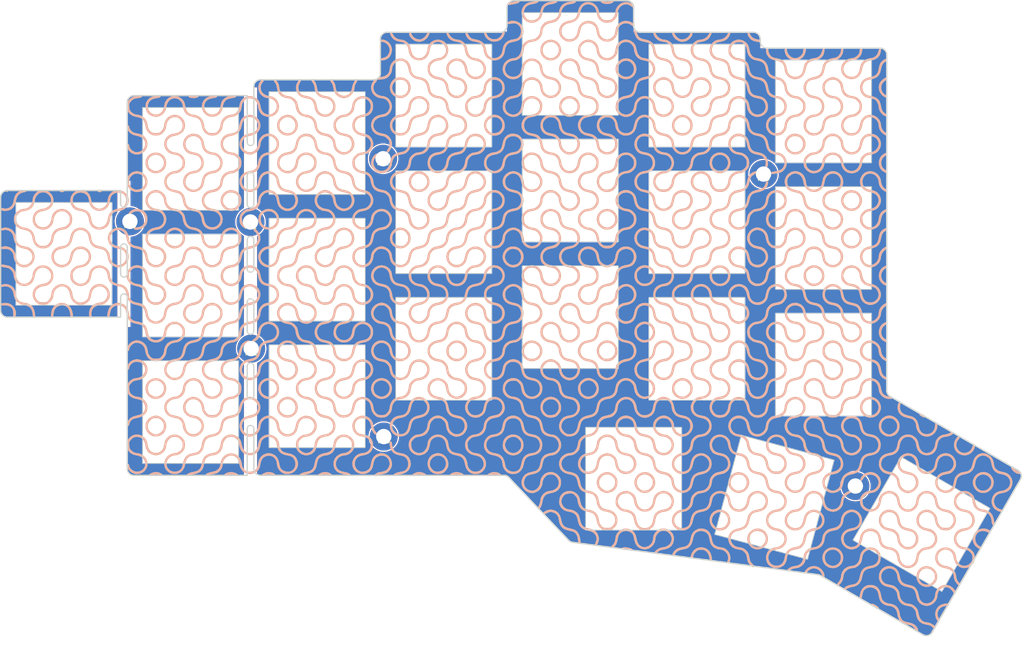
<source format=kicad_pcb>
(kicad_pcb (version 20221018) (generator pcbnew)
  (layers (0 "F.Cu" signal) (31 "B.Cu" signal) (34 "B.Paste" user) (35 "F.Paste" user) (36 "B.SilkS" user "B.Silkscreen") (37 "F.SilkS" user "F.Silkscreen") (38 "B.Mask" user) (39 "F.Mask" user) (44 "Edge.Cuts" user))
  (net 0 "")
  (footprint "kbd:SW_Hole_Futaba_MA" (layer "F.Cu") (at 42.721463 76.099368)
    (fp_text reference "K18" hide)
    (fp_text value "KEYSW" hide)
    (fp_line (start -7.2 -7.7) (end -7.2 7.7) (stroke (width 0.12)) (layer "Edge.Cuts"))
    (fp_line (start -7.2 7.7) (end 7.2 7.7) (stroke (width 0.12)) (layer "Edge.Cuts"))
    (fp_line (start 7.2 -7.7) (end -7.2 -7.7) (stroke (width 0.12)) (layer "Edge.Cuts"))
    (fp_line (start 7.2 7.7) (end 7.2 -7.7) (stroke (width 0.12)) (layer "Edge.Cuts"))
  )
  (footprint "kbd:SW_Hole_Futaba_MA" (layer "F.Cu") (at 118.721463 47.599367)
    (fp_text reference "K21" hide)
    (fp_text value "KEYSW" hide)
    (fp_line (start -7.2 -7.7) (end -7.2 7.7) (stroke (width 0.12)) (layer "Edge.Cuts"))
    (fp_line (start -7.2 7.7) (end 7.2 7.7) (stroke (width 0.12)) (layer "Edge.Cuts"))
    (fp_line (start 7.2 -7.7) (end -7.2 -7.7) (stroke (width 0.12)) (layer "Edge.Cuts"))
    (fp_line (start 7.2 7.7) (end 7.2 -7.7) (stroke (width 0.12)) (layer "Edge.Cuts"))
  )
  (footprint "kbd:SW_Hole_Futaba_MA" (layer "F.Cu") (at 42.721463 57.099368)
    (fp_text reference "K14" hide)
    (fp_text value "KEYSW" hide)
    (fp_line (start -7.2 -7.7) (end -7.2 7.7) (stroke (width 0.12)) (layer "Edge.Cuts"))
    (fp_line (start -7.2 7.7) (end 7.2 7.7) (stroke (width 0.12)) (layer "Edge.Cuts"))
    (fp_line (start 7.2 -7.7) (end -7.2 -7.7) (stroke (width 0.12)) (layer "Edge.Cuts"))
    (fp_line (start 7.2 7.7) (end 7.2 -7.7) (stroke (width 0.12)) (layer "Edge.Cuts"))
  )
  (footprint "kbd:SW_Hole_Futaba_MA" (layer "F.Cu") (at 61.721463 35.724368)
    (fp_text reference "K13" hide)
    (fp_text value "KEYSW" hide)
    (fp_line (start -7.2 -7.7) (end -7.2 7.7) (stroke (width 0.12)) (layer "Edge.Cuts"))
    (fp_line (start -7.2 7.7) (end 7.2 7.7) (stroke (width 0.12)) (layer "Edge.Cuts"))
    (fp_line (start 7.2 -7.7) (end -7.2 -7.7) (stroke (width 0.12)) (layer "Edge.Cuts"))
    (fp_line (start 7.2 7.7) (end 7.2 -7.7) (stroke (width 0.12)) (layer "Edge.Cuts"))
  )
  (footprint "kbd:SW_Hole_Futaba_MA" (layer "F.Cu") (at 152.426296 92.925796 60)
    (fp_text reference "K22" hide)
    (fp_text value "KEYSW" hide)
    (fp_line (start -7.2 -7.7) (end -7.2 7.7) (stroke (width 0.12)) (layer "Edge.Cuts"))
    (fp_line (start -7.2 7.7) (end 7.2 7.7) (stroke (width 0.12)) (layer "Edge.Cuts"))
    (fp_line (start 7.2 -7.7) (end -7.2 -7.7) (stroke (width 0.12)) (layer "Edge.Cuts"))
    (fp_line (start 7.2 7.7) (end 7.2 -7.7) (stroke (width 0.12)) (layer "Edge.Cuts"))
  )
  (footprint "kbd:M2_Hole_TH" (layer "F.Cu") (at 128.721463 40.374367)
    (fp_text reference "H8" (at 0 0.5) (layer "F.SilkS"))
    (fp_text value "MountingHole")
    (pad "" thru_hole circle (at 0 0) (size 4.2 4.2) (drill 2.3) (layers "*.Cu" "*.Mask"))
  )
  (footprint "kbd:SW_Hole_Futaba_MA" (layer "F.Cu") (at 80.721463 66.599368)
    (fp_text reference "K9" hide)
    (fp_text value "KEYSW" hide)
    (fp_line (start -7.2 -7.7) (end -7.2 7.7) (stroke (width 0.12)) (layer "Edge.Cuts"))
    (fp_line (start -7.2 7.7) (end 7.2 7.7) (stroke (width 0.12)) (layer "Edge.Cuts"))
    (fp_line (start 7.2 -7.7) (end -7.2 -7.7) (stroke (width 0.12)) (layer "Edge.Cuts"))
    (fp_line (start 7.2 7.7) (end 7.2 -7.7) (stroke (width 0.12)) (layer "Edge.Cuts"))
  )
  (footprint "kbd:M2_Hole_TH" (layer "F.Cu") (at 71.621463 38.074367)
    (fp_text reference "H4" (at 0 0.5) (layer "F.SilkS"))
    (fp_text value "MountingHole")
    (pad "" thru_hole circle (at 0 0) (size 4.2 4.2) (drill 2.3) (layers "*.Cu" "*.Mask"))
  )
  (footprint "kbd:SW_Hole_Futaba_MA" (layer "F.Cu") (at 130.35654 88.881582 -15)
    (fp_text reference "K1" hide)
    (fp_text value "KEYSW" hide)
    (fp_line (start -7.2 -7.7) (end -7.2 7.7) (stroke (width 0.12)) (layer "Edge.Cuts"))
    (fp_line (start -7.2 7.7) (end 7.2 7.7) (stroke (width 0.12)) (layer "Edge.Cuts"))
    (fp_line (start 7.2 -7.7) (end -7.2 -7.7) (stroke (width 0.12)) (layer "Edge.Cuts"))
    (fp_line (start 7.2 7.7) (end 7.2 -7.7) (stroke (width 0.12)) (layer "Edge.Cuts"))
  )
  (footprint "kbd:SW_Hole_Futaba_MA" (layer "F.Cu") (at 99.721463 23.849368)
    (fp_text reference "K11" hide)
    (fp_text value "KEYSW" hide)
    (fp_line (start -7.2 -7.7) (end -7.2 7.7) (stroke (width 0.12)) (layer "Edge.Cuts"))
    (fp_line (start -7.2 7.7) (end 7.2 7.7) (stroke (width 0.12)) (layer "Edge.Cuts"))
    (fp_line (start 7.2 -7.7) (end -7.2 -7.7) (stroke (width 0.12)) (layer "Edge.Cuts"))
    (fp_line (start 7.2 7.7) (end 7.2 -7.7) (stroke (width 0.12)) (layer "Edge.Cuts"))
  )
  (footprint "kbd:M2_Hole_TH" (layer "F.Cu") (at 51.821463 66.574367)
    (fp_text reference "H2" (at 0 0.5) (layer "F.SilkS"))
    (fp_text value "MountingHole")
    (pad "" thru_hole circle (at 0 0) (size 4.2 4.2) (drill 2.3) (layers "*.Cu" "*.Mask"))
  )
  (footprint "kbd:SW_Hole_Futaba_MA" (layer "F.Cu") (at 42.721463 38.099368)
    (fp_text reference "K7" hide)
    (fp_text value "KEYSW" hide)
    (fp_line (start -7.2 -7.7) (end -7.2 7.7) (stroke (width 0.12)) (layer "Edge.Cuts"))
    (fp_line (start -7.2 7.7) (end 7.2 7.7) (stroke (width 0.12)) (layer "Edge.Cuts"))
    (fp_line (start 7.2 -7.7) (end -7.2 -7.7) (stroke (width 0.12)) (layer "Edge.Cuts"))
    (fp_line (start 7.2 7.7) (end 7.2 -7.7) (stroke (width 0.12)) (layer "Edge.Cuts"))
  )
  (footprint "kbd:SW_Hole_Futaba_MA" (layer "F.Cu") (at 118.721463 66.599367)
    (fp_text reference "K12" hide)
    (fp_text value "KEYSW" hide)
    (fp_line (start -7.2 -7.7) (end -7.2 7.7) (stroke (width 0.12)) (layer "Edge.Cuts"))
    (fp_line (start -7.2 7.7) (end 7.2 7.7) (stroke (width 0.12)) (layer "Edge.Cuts"))
    (fp_line (start 7.2 -7.7) (end -7.2 -7.7) (stroke (width 0.12)) (layer "Edge.Cuts"))
    (fp_line (start 7.2 7.7) (end 7.2 -7.7) (stroke (width 0.12)) (layer "Edge.Cuts"))
  )
  (footprint "kbd:M2_Hole_TH" (layer "F.Cu") (at 33.621463 47.474367)
    (fp_text reference "H3" (at 0 0.5) (layer "F.SilkS"))
    (fp_text value "MountingHole")
    (pad "" thru_hole circle (at 0 0) (size 4.2 4.2) (drill 2.3) (layers "*.Cu" "*.Mask"))
  )
  (footprint "kbd:M2_Hole_TH" (layer "F.Cu") (at 51.721463 47.574367)
    (fp_text reference "H1" (at 0 0.5) (layer "F.SilkS"))
    (fp_text value "MountingHole")
    (pad "" thru_hole circle (at 0 0) (size 4.2 4.2) (drill 2.3) (layers "*.Cu" "*.Mask"))
  )
  (footprint "kbd:SW_Hole_Futaba_MA" (layer "F.Cu") (at 118.721463 28.599367)
    (fp_text reference "K16" hide)
    (fp_text value "KEYSW" hide)
    (fp_line (start -7.2 -7.7) (end -7.2 7.7) (stroke (width 0.12)) (layer "Edge.Cuts"))
    (fp_line (start -7.2 7.7) (end 7.2 7.7) (stroke (width 0.12)) (layer "Edge.Cuts"))
    (fp_line (start 7.2 -7.7) (end -7.2 -7.7) (stroke (width 0.12)) (layer "Edge.Cuts"))
    (fp_line (start 7.2 7.7) (end 7.2 -7.7) (stroke (width 0.12)) (layer "Edge.Cuts"))
  )
  (footprint "kbd:SW_Hole_Futaba_MA" (layer "F.Cu") (at 80.721463 47.599368)
    (fp_text reference "K6" hide)
    (fp_text value "KEYSW" hide)
    (fp_line (start -7.2 -7.7) (end -7.2 7.7) (stroke (width 0.12)) (layer "Edge.Cuts"))
    (fp_line (start -7.2 7.7) (end 7.2 7.7) (stroke (width 0.12)) (layer "Edge.Cuts"))
    (fp_line (start 7.2 -7.7) (end -7.2 -7.7) (stroke (width 0.12)) (layer "Edge.Cuts"))
    (fp_line (start 7.2 7.7) (end 7.2 -7.7) (stroke (width 0.12)) (layer "Edge.Cuts"))
  )
  (footprint "Silks:skean_truchet_back" (layer "F.Cu") (at 91.221464 61.599367)
    (fp_text reference "G***" hide)
    (fp_text value "LOGO" hide)
  )
  (footprint "kbd:SW_Hole_Futaba_MA" (layer "F.Cu") (at 109.221463 86.099097)
    (fp_text reference "K5" hide)
    (fp_text value "KEYSW" hide)
    (fp_line (start -7.2 -7.7) (end -7.2 7.7) (stroke (width 0.12)) (layer "Edge.Cuts"))
    (fp_line (start -7.2 7.7) (end 7.2 7.7) (stroke (width 0.12)) (layer "Edge.Cuts"))
    (fp_line (start 7.2 -7.7) (end -7.2 -7.7) (stroke (width 0.12)) (layer "Edge.Cuts"))
    (fp_line (start 7.2 7.7) (end 7.2 -7.7) (stroke (width 0.12)) (layer "Edge.Cuts"))
  )
  (footprint "kbd:SW_Hole_Futaba_MA" (layer "F.Cu") (at 137.721463 49.974367)
    (fp_text reference "K3" hide)
    (fp_text value "KEYSW" hide)
    (fp_line (start -7.2 -7.7) (end -7.2 7.7) (stroke (width 0.12)) (layer "Edge.Cuts"))
    (fp_line (start -7.2 7.7) (end 7.2 7.7) (stroke (width 0.12)) (layer "Edge.Cuts"))
    (fp_line (start 7.2 -7.7) (end -7.2 -7.7) (stroke (width 0.12)) (layer "Edge.Cuts"))
    (fp_line (start 7.2 7.7) (end 7.2 -7.7) (stroke (width 0.12)) (layer "Edge.Cuts"))
  )
  (footprint "kbd:SW_Hole_Futaba_MA" (layer "F.Cu") (at 23.721464 52.349367)
    (fp_text reference "K10" hide)
    (fp_text value "KEYSW" hide)
    (fp_line (start -7.2 -7.7) (end -7.2 7.7) (stroke (width 0.12)) (layer "Edge.Cuts"))
    (fp_line (start -7.2 7.7) (end 7.2 7.7) (stroke (width 0.12)) (layer "Edge.Cuts"))
    (fp_line (start 7.2 -7.7) (end -7.2 -7.7) (stroke (width 0.12)) (layer "Edge.Cuts"))
    (fp_line (start 7.2 7.7) (end 7.2 -7.7) (stroke (width 0.12)) (layer "Edge.Cuts"))
  )
  (footprint "kbd:SW_Hole_Futaba_MA" (layer "F.Cu") (at 99.721463 42.849368)
    (fp_text reference "K19" hide)
    (fp_text value "KEYSW" hide)
    (fp_line (start -7.2 -7.7) (end -7.2 7.7) (stroke (width 0.12)) (layer "Edge.Cuts"))
    (fp_line (start -7.2 7.7) (end 7.2 7.7) (stroke (width 0.12)) (layer "Edge.Cuts"))
    (fp_line (start 7.2 -7.7) (end -7.2 -7.7) (stroke (width 0.12)) (layer "Edge.Cuts"))
    (fp_line (start 7.2 7.7) (end 7.2 -7.7) (stroke (width 0.12)) (layer "Edge.Cuts"))
  )
  (footprint "Silks:skean_truchet" (layer "F.Cu") (at 90.821464 61.599367)
    (fp_text reference "REF**" hide)
    (fp_text value "LOGO" hide)
  )
  (footprint "kbd:SW_Hole_Futaba_MA" (layer "F.Cu") (at 61.721463 73.724368)
    (fp_text reference "K8" hide)
    (fp_text value "KEYSW" hide)
    (fp_line (start -7.2 -7.7) (end -7.2 7.7) (stroke (width 0.12)) (layer "Edge.Cuts"))
    (fp_line (start -7.2 7.7) (end 7.2 7.7) (stroke (width 0.12)) (layer "Edge.Cuts"))
    (fp_line (start 7.2 -7.7) (end -7.2 -7.7) (stroke (width 0.12)) (layer "Edge.Cuts"))
    (fp_line (start 7.2 7.7) (end 7.2 -7.7) (stroke (width 0.12)) (layer "Edge.Cuts"))
  )
  (footprint "kbd:M2_Hole_TH" (layer "F.Cu") (at 71.721463 79.774367)
    (fp_text reference "H5" (at 0 0.5) (layer "F.SilkS"))
    (fp_text value "MountingHole")
    (pad "" thru_hole circle (at 0 0) (size 4.2 4.2) (drill 2.3) (layers "*.Cu" "*.Mask"))
  )
  (footprint "kbd:SW_Hole_Futaba_MA" (layer "F.Cu") (at 137.721463 30.974367)
    (fp_text reference "K4" hide)
    (fp_text value "KEYSW" hide)
    (fp_line (start -7.2 -7.7) (end -7.2 7.7) (stroke (width 0.12)) (layer "Edge.Cuts"))
    (fp_line (start -7.2 7.7) (end 7.2 7.7) (stroke (width 0.12)) (layer "Edge.Cuts"))
    (fp_line (start 7.2 -7.7) (end -7.2 -7.7) (stroke (width 0.12)) (layer "Edge.Cuts"))
    (fp_line (start 7.2 7.7) (end 7.2 -7.7) (stroke (width 0.12)) (layer "Edge.Cuts"))
  )
  (footprint "kbd:SW_Hole_Futaba_MA" (layer "F.Cu") (at 137.721463 68.974367)
    (fp_text reference "K2" hide)
    (fp_text value "KEYSW" hide)
    (fp_line (start -7.2 -7.7) (end -7.2 7.7) (stroke (width 0.12)) (layer "Edge.Cuts"))
    (fp_line (start -7.2 7.7) (end 7.2 7.7) (stroke (width 0.12)) (layer "Edge.Cuts"))
    (fp_line (start 7.2 -7.7) (end -7.2 -7.7) (stroke (width 0.12)) (layer "Edge.Cuts"))
    (fp_line (start 7.2 7.7) (end 7.2 -7.7) (stroke (width 0.12)) (layer "Edge.Cuts"))
  )
  (footprint "kbd:SW_Hole_Futaba_MA" (layer "F.Cu") (at 99.721463 61.849368)
    (fp_text reference "K15" hide)
    (fp_text value "KEYSW" hide)
    (fp_line (start -7.2 -7.7) (end -7.2 7.7) (stroke (width 0.12)) (layer "Edge.Cuts"))
    (fp_line (start -7.2 7.7) (end 7.2 7.7) (stroke (width 0.12)) (layer "Edge.Cuts"))
    (fp_line (start 7.2 -7.7) (end -7.2 -7.7) (stroke (width 0.12)) (layer "Edge.Cuts"))
    (fp_line (start 7.2 7.7) (end 7.2 -7.7) (stroke (width 0.12)) (layer "Edge.Cuts"))
  )
  (footprint "kbd:M2_Hole_TH" (layer "F.Cu") (at 142.507505 87.19918)
    (fp_text reference "H9" (at 0 0.5) (layer "F.SilkS"))
    (fp_text value "MountingHole")
    (pad "" thru_hole circle (at 0 0) (size 4.2 4.2) (drill 2.3) (layers "*.Cu" "*.Mask"))
  )
  (footprint "kbd:SW_Hole_Futaba_MA" (layer "F.Cu") (at 61.721463 54.724368)
    (fp_text reference "K17" hide)
    (fp_text value "KEYSW" hide)
    (fp_line (start -7.2 -7.7) (end -7.2 7.7) (stroke (width 0.12)) (layer "Edge.Cuts"))
    (fp_line (start -7.2 7.7) (end 7.2 7.7) (stroke (width 0.12)) (layer "Edge.Cuts"))
    (fp_line (start 7.2 -7.7) (end -7.2 -7.7) (stroke (width 0.12)) (layer "Edge.Cuts"))
    (fp_line (start 7.2 7.7) (end 7.2 -7.7) (stroke (width 0.12)) (layer "Edge.Cuts"))
  )
  (footprint "kbd:SW_Hole_Futaba_MA" (layer "F.Cu") (at 80.721463 28.599368)
    (fp_text reference "K20" hide)
    (fp_text value "KEYSW" hide)
    (fp_line (start -7.2 -7.7) (end -7.2 7.7) (stroke (width 0.12)) (layer "Edge.Cuts"))
    (fp_line (start -7.2 7.7) (end 7.2 7.7) (stroke (width 0.12)) (layer "Edge.Cuts"))
    (fp_line (start 7.2 -7.7) (end -7.2 -7.7) (stroke (width 0.12)) (layer "Edge.Cuts"))
    (fp_line (start 7.2 7.7) (end 7.2 -7.7) (stroke (width 0.12)) (layer "Edge.Cuts"))
  )
  (gr_arc (start 89.796623 85.599367) (mid 90.187009 85.679623) (end 90.514076 85.907372) (stroke (width 0.2)) (layer "Edge.Cuts"))
  (gr_line (start 52.221491 40.599328) (end 52.22149 44.924327) (stroke (width 0.2)) (layer "Edge.Cuts"))
  (gr_arc (start 51.22149 50.224327) (mid 51.72149 49.724327) (end 52.22149 50.224327) (stroke (width 0.2)) (layer "Edge.Cuts"))
  (gr_line (start 51.221491 54.599327) (end 51.22149 50.224327) (stroke (width 0.2)) (layer "Edge.Cuts"))
  (gr_arc (start 166.912511 84.834934) (mid 167.378437 85.442141) (end 167.278537 86.20096) (stroke (width 0.2)) (layer "Edge.Cuts"))
  (gr_arc (start 51.221463 59.599366) (mid 51.721463 59.099366) (end 52.221463 59.599366) (stroke (width 0.2)) (layer "Edge.Cuts"))
  (gr_arc (start 90.221463 18.099368) (mid 89.92857 18.806475) (end 89.221463 19.099368) (stroke (width 0.2)) (layer "Edge.Cuts"))
  (gr_line (start 15.221464 42.849368) (end 32.221465 42.849368) (stroke (width 0.2)) (layer "Edge.Cuts"))
  (gr_line (start 32.221464 51.349368) (end 32.221464 55.349368) (stroke (width 0.2)) (layer "Edge.Cuts"))
  (gr_line (start 52.221463 35.599367) (end 52.221463 27.224367) (stroke (width 0.2)) (layer "Edge.Cuts"))
  (gr_line (start 99.480311 95.345258) (end 90.514076 85.907372) (stroke (width 0.2)) (layer "Edge.Cuts"))
  (gr_arc (start 51.221463 40.599367) (mid 51.721463 40.099367) (end 52.221463 40.599367) (stroke (width 0.2)) (layer "Edge.Cuts"))
  (gr_line (start 147.721463 73.754978) (end 166.912511 84.834934) (stroke (width 0.2)) (layer "Edge.Cuts"))
  (gr_line (start 147.221463 22.474368) (end 147.221463 72.888952) (stroke (width 0.2)) (layer "Edge.Cuts"))
  (gr_arc (start 33.221463 55.349368) (mid 32.721463 55.849368) (end 32.221463 55.349368) (stroke (width 0.2)) (layer "Edge.Cuts"))
  (gr_line (start 51.221463 28.599368) (end 51.221463 35.599367) (stroke (width 0.2)) (layer "Edge.Cuts"))
  (gr_line (start 32.221464 42.849368) (end 32.221464 44.849368) (stroke (width 0.2)) (layer "Edge.Cuts"))
  (gr_arc (start 71.221463 25.224368) (mid 70.92857 25.931475) (end 70.221463 26.224368) (stroke (width 0.2)) (layer "Edge.Cuts"))
  (gr_arc (start 52.221463 73.599366) (mid 51.721463 74.099366) (end 51.221463 73.599366) (stroke (width 0.2)) (layer "Edge.Cuts"))
  (gr_line (start 52.221463 84.599366) (end 52.221463 78.599366) (stroke (width 0.2)) (layer "Edge.Cuts"))
  (gr_line (start 52.221491 54.599327) (end 52.22149 50.224327) (stroke (width 0.2)) (layer "Edge.Cuts"))
  (gr_arc (start 53.221463 85.599366) (mid 52.514356 85.306473) (end 52.221463 84.599366) (stroke (width 0.2)) (layer "Edge.Cuts"))
  (gr_line (start 71.221463 25.224368) (end 71.221463 20.099368) (stroke (width 0.2)) (layer "Edge.Cuts"))
  (gr_arc (start 146.221463 21.474368) (mid 146.92857 21.767261) (end 147.221463 22.474368) (stroke (width 0.2)) (layer "Edge.Cuts"))
  (gr_arc (start 108.221463 14.349368) (mid 108.92857 14.642261) (end 109.221463 15.349368) (stroke (width 0.2)) (layer "Edge.Cuts"))
  (gr_line (start 110.221463 19.099367) (end 127.221463 19.099367) (stroke (width 0.2)) (layer "Edge.Cuts"))
  (gr_line (start 51.22149 69.224327) (end 51.221491 73.599327) (stroke (width 0.2)) (layer "Edge.Cuts"))
  (gr_line (start 89.796623 85.599366) (end 53.221463 85.599366) (stroke (width 0.2)) (layer "Edge.Cuts"))
  (gr_line (start 152.662511 109.516658) (end 137.244527 100.615081) (stroke (width 0.2)) (layer "Edge.Cuts"))
  (gr_arc (start 110.221462 19.099368) (mid 109.514356 18.806474) (end 109.221463 18.099367) (stroke (width 0.2)) (layer "Edge.Cuts"))
  (gr_line (start 33.221463 84.609762) (end 33.221464 58.849368) (stroke (width 0.2)) (layer "Edge.Cuts"))
  (gr_arc (start 52.221463 54.599366) (mid 51.721463 55.099366) (end 51.221463 54.599366) (stroke (width 0.2)) (layer "Edge.Cuts"))
  (gr_arc (start 51.221463 78.599366) (mid 51.721463 78.099366) (end 52.221463 78.599366) (stroke (width 0.2)) (layer "Edge.Cuts"))
  (gr_arc (start 33.221464 44.849368) (mid 32.721464 45.349368) (end 32.221464 44.849368) (stroke (width 0.2)) (layer "Edge.Cuts"))
  (gr_line (start 51.221463 78.599366) (end 51.221463 85.599366) (stroke (width 0.2)) (layer "Edge.Cuts"))
  (gr_arc (start 34.211068 85.599367) (mid 33.511312 85.309518) (end 33.221463 84.609762) (stroke (width 0.2)) (layer "Edge.Cuts"))
  (gr_line (start 51.221463 85.599366) (end 34.211068 85.599366) (stroke (width 0.2)) (layer "Edge.Cuts"))
  (gr_arc (start 52.221463 27.224368) (mid 52.514356 26.517261) (end 53.221463 26.224368) (stroke (width 0.2)) (layer "Edge.Cuts"))
  (gr_line (start 53.221463 26.224368) (end 70.221463 26.224368) (stroke (width 0.2)) (layer "Edge.Cuts"))
  (gr_line (start 14.221465 60.849368) (end 14.221465 43.849369) (stroke (width 0.2)) (layer "Edge.Cuts"))
  (gr_arc (start 15.221464 61.849367) (mid 14.514358 61.556474) (end 14.221465 60.849368) (stroke (width 0.2)) (layer "Edge.Cuts"))
  (gr_arc (start 14.221465 43.849369) (mid 14.514358 43.142262) (end 15.221464 42.849368) (stroke (width 0.2)) (layer "Edge.Cuts"))
  (gr_line (start 32.221464 58.849368) (end 32.221464 61.849368) (stroke (width 0.2)) (layer "Edge.Cuts"))
  (gr_line (start 52.221491 73.599327) (end 52.22149 69.224327) (stroke (width 0.2)) (layer "Edge.Cuts"))
  (gr_arc (start 52.22149 44.924327) (mid 51.72149 45.424327) (end 51.22149 44.924327) (stroke (width 0.2)) (layer "Edge.Cuts"))
  (gr_arc (start 129.221463 21.474367) (mid 128.514356 21.181474) (end 128.221463 20.474367) (stroke (width 0.2)) (layer "Edge.Cuts"))
  (gr_arc (start 90.221463 15.349368) (mid 90.514356 14.642261) (end 91.221463 14.349368) (stroke (width 0.2)) (layer "Edge.Cuts"))
  (gr_arc (start 127.221463 19.099367) (mid 127.92857 19.39226) (end 128.221463 20.099367) (stroke (width 0.2)) (layer "Edge.Cuts"))
  (gr_arc (start 100.068595 95.644797) (mid 99.748739 95.545528) (end 99.480311 95.345258) (stroke (width 0.2)) (layer "Edge.Cuts"))
  (gr_line (start 136.878894 100.490965) (end 100.068595 95.644797) (stroke (width 0.2)) (layer "Edge.Cuts"))
  (gr_line (start 33.221464 44.849368) (end 33.221464 29.599368) (stroke (width 0.2)) (layer "Edge.Cuts"))
  (gr_line (start 33.221463 55.349368) (end 33.221463 51.349368) (stroke (width 0.2)) (layer "Edge.Cuts"))
  (gr_line (start 109.221463 15.349368) (end 109.221463 18.099367) (stroke (width 0.2)) (layer "Edge.Cuts"))
  (gr_line (start 128.221463 20.099367) (end 128.221463 20.474367) (stroke (width 0.2)) (layer "Edge.Cuts"))
  (gr_arc (start 33.221464 29.599368) (mid 33.514357 28.892261) (end 34.221464 28.599368) (stroke (width 0.2)) (layer "Edge.Cuts"))
  (gr_line (start 52.22149 63.924327) (end 52.221491 59.599327) (stroke (width 0.2)) (layer "Edge.Cuts"))
  (gr_line (start 129.221463 21.474367) (end 146.221463 21.474368) (stroke (width 0.2)) (layer "Edge.Cuts"))
  (gr_line (start 167.278537 86.20096) (end 154.028537 109.150633) (stroke (width 0.2)) (layer "Edge.Cuts"))
  (gr_arc (start 51.22149 69.224327) (mid 51.72149 68.724327) (end 52.22149 69.224327) (stroke (width 0.2)) (layer "Edge.Cuts"))
  (gr_arc (start 52.221463 35.599367) (mid 51.721463 36.099367) (end 51.221463 35.599367) (stroke (width 0.2)) (layer "Edge.Cuts"))
  (gr_arc (start 136.878894 100.490965) (mid 137.067823 100.535017) (end 137.244527 100.615081) (stroke (width 0.2)) (layer "Edge.Cuts"))
  (gr_arc (start 147.721463 73.754977) (mid 147.355438 73.388952) (end 147.221463 72.888952) (stroke (width 0.2)) (layer "Edge.Cuts"))
  (gr_line (start 51.221491 40.599328) (end 51.22149 44.924327) (stroke (width 0.2)) (layer "Edge.Cuts"))
  (gr_arc (start 32.221462 51.349368) (mid 32.721462 50.849368) (end 33.221462 51.349368) (stroke (width 0.2)) (layer "Edge.Cuts"))
  (gr_arc (start 52.22149 63.924327) (mid 51.72149 64.424327) (end 51.22149 63.924327) (stroke (width 0.2)) (layer "Edge.Cuts"))
  (gr_arc (start 32.221464 58.849368) (mid 32.721464 58.349368) (end 33.221464 58.849368) (stroke (width 0.2)) (layer "Edge.Cuts"))
  (gr_arc (start 71.221462 20.099368) (mid 71.514356 19.392261) (end 72.221463 19.099367) (stroke (width 0.2)) (layer "Edge.Cuts"))
  (gr_line (start 90.221463 18.099368) (end 90.221463 15.349368) (stroke (width 0.2)) (layer "Edge.Cuts"))
  (gr_line (start 32.221464 61.849368) (end 15.221464 61.849368) (stroke (width 0.2)) (layer "Edge.Cuts"))
  (gr_line (start 91.221463 14.349368) (end 108.221463 14.349368) (stroke (width 0.2)) (layer "Edge.Cuts"))
  (gr_line (start 72.221463 19.099367) (end 89.221463 19.099368) (stroke (width 0.2)) (layer "Edge.Cuts"))
  (gr_arc (start 154.028536 109.150633) (mid 153.42133 109.616559) (end 152.662511 109.516658) (stroke (width 0.2)) (layer "Edge.Cuts"))
  (gr_line (start 34.221464 28.599368) (end 51.221463 28.599368) (stroke (width 0.2)) (layer "Edge.Cuts"))
  (gr_line (start 51.22149 63.924327) (end 51.221491 59.599327) (stroke (width 0.2)) (layer "Edge.Cuts"))
  (zone (net 0) (net_name "") (layers "F&B.Cu") (priority 1) (connect_pads (clearance 0.2)) (min_thickness 0.25) (fill yes (thermal_gap 0.5) (thermal_bridge_width 0.5))
    (polygon (pts (xy 109.221463 19.104952) (xy 128.221463 19.104952) (xy 128.221463 21.504952) (xy 147.221463 21.504952) (xy 147.221463 23.804952) (xy 147.721464 73.349367) (xy 167.821463 85.204952) (xy 153.421463 109.904952) (xy 137.021463 100.504952) (xy 99.721463 95.504952) (xy 90.121463 85.504952) (xy 33.221463 85.604952) (xy 33.221463 61.804952) (xy 14.121463 61.804952) (xy 14.221463 42.904952) (xy 33.221463 42.804952) (xy 33.221463 28.504952) (xy 52.221463 28.504952) (xy 52.221463 26.204952) (xy 71.221463 26.204952) (xy 71.221463 19.004952) (xy 90.221463 19.004952) (xy 90.221463 14.304952) (xy 109.221463 14.304952)))
  )
  (zone (net 0) (net_name "") (layers "F&B.Cu") (connect_pads (clearance 0)) (min_thickness 0.254)
    (keepout (tracks not_allowed) (vias not_allowed) (pads not_allowed) (copperpour not_allowed) (footprints allowed))
    (fill (thermal_gap 0.508) (thermal_bridge_width 0.508))
    (polygon (pts (xy 52.721463 86.099367) (xy 50.721463 86.099367) (xy 50.721463 27.349367) (xy 52.721463 27.349367)))
  )
  (zone (net 0) (net_name "") (layers "F&B.Cu") (connect_pads (clearance 0)) (min_thickness 0.254)
    (keepout (tracks not_allowed) (vias not_allowed) (pads not_allowed) (copperpour not_allowed) (footprints allowed))
    (fill (thermal_gap 0.508) (thermal_bridge_width 0.508))
    (polygon (pts (xy 33.721463 63.349367) (xy 31.721463 63.349367) (xy 31.721463 41.849367) (xy 33.721463 41.349367)))
  )
)
</source>
